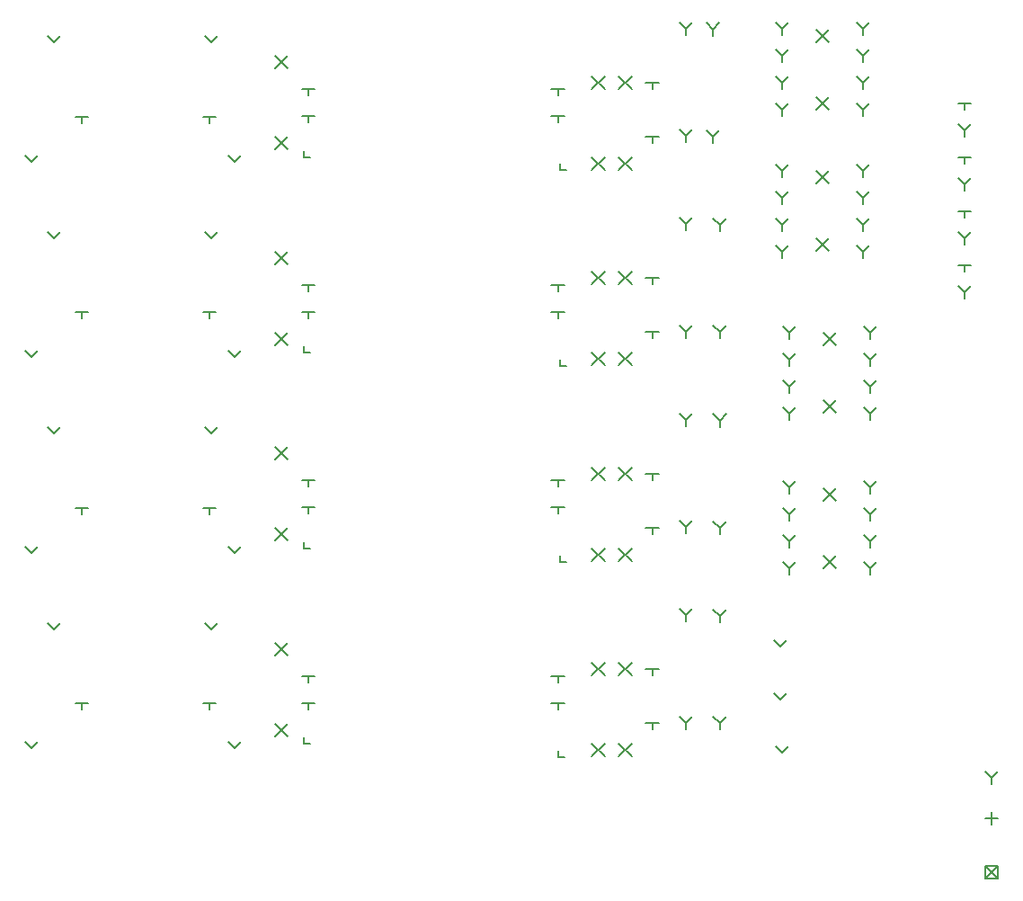
<source format=gbr>
G04 DipTrace 4.3.0.1*
G04 Plated_Through.gbr*
%MOMM*%
G04 #@! TF.FileFunction,Plated,1,2,PTH,Drill*
G04 #@! TF.Part,Single*
G04 Drill Symbols*
G04 D=0.5 - Cross*
G04 D=0.55867 - X*
G04 D=0.9 - Y*
G04 D=1 - T*
G04 D=1.2 - V*
G04 D=1.25 - Clock*
G04 D=4 - Box_Cross*
G04 D=4.5 - Box_X*
G04 D=4.5 - Box_Y*
%ADD10C,0.2*%
%FSLAX35Y35*%
G04*
G71*
G90*
G75*
G01*
X4131050Y2794000D2*
D10*
X4250950D1*
X4191000D2*
Y2734050D1*
X4131050Y2286000D2*
X4250950D1*
X4191000D2*
Y2226050D1*
X4131050Y1778000D2*
X4250950D1*
X4191000D2*
Y1718050D1*
X1192050Y2481000D2*
X1311950D1*
X1252000D2*
Y2421050D1*
X1192050Y2989000D2*
X1311950D1*
X1252000D2*
Y2929050D1*
X1763550Y2540950D2*
X1823500Y2481000D1*
X1883450Y2540950D1*
X1823500Y2481000D2*
Y2421050D1*
X1763550Y3550950D2*
X1823500Y3491000D1*
X1883450Y3550950D1*
X1823500Y3491000D2*
Y3431050D1*
X1509550Y3556950D2*
X1569500Y3497000D1*
X1629450Y3556950D1*
X1569500Y3497000D2*
Y3437050D1*
X1509550Y2546950D2*
X1569500Y2487000D1*
X1629450Y2546950D1*
X1569500Y2487000D2*
Y2427050D1*
X4385050Y-4385050D2*
X4504950Y-4504950D1*
Y-4385050D2*
X4385050Y-4504950D1*
Y-4385050D2*
X4504950D1*
Y-4504950D1*
X4385050D1*
Y-4385050D1*
X-2046450Y2925500D2*
X-1926550D1*
X-1986500D2*
Y2865550D1*
X-2046450Y2671500D2*
X-1926550D1*
X-1986500D2*
Y2611550D1*
X303050Y2925500D2*
X422950D1*
X363000D2*
Y2865550D1*
X303050Y2671500D2*
X422950D1*
X363000D2*
Y2611550D1*
X-2300450Y3239450D2*
X-2180550Y3119550D1*
Y3239450D2*
X-2300450Y3119550D1*
Y2477450D2*
X-2180550Y2357550D1*
Y2477450D2*
X-2300450Y2357550D1*
X684050Y2286950D2*
X803950Y2167050D1*
Y2286950D2*
X684050Y2167050D1*
Y3048950D2*
X803950Y2929050D1*
Y3048950D2*
X684050Y2929050D1*
X938050Y3048950D2*
X1057950Y2929050D1*
Y3048950D2*
X938050Y2929050D1*
Y2286950D2*
X1057950Y2167050D1*
Y2286950D2*
X938050Y2167050D1*
X-4441450Y3425450D2*
X-4381500Y3365500D1*
X-4321550Y3425450D1*
X-2961450D2*
X-2901500Y3365500D1*
X-2841550Y3425450D1*
X-4651450Y2305450D2*
X-4591500Y2245500D1*
X-4531550Y2305450D1*
X-2741450D2*
X-2681500Y2245500D1*
X-2621550Y2305450D1*
X4445000Y-3877050D2*
Y-3996950D1*
X4385050Y-3937000D2*
X4504950D1*
X1192050Y639500D2*
X1311950D1*
X1252000D2*
Y579550D1*
X1192050Y1147500D2*
X1311950D1*
X1252000D2*
Y1087550D1*
X1827050Y699450D2*
X1887000Y639500D1*
X1946950Y699450D1*
X1887000Y639500D2*
Y579550D1*
X1827050Y1709450D2*
X1887000Y1649500D1*
X1946950Y1709450D1*
X1887000Y1649500D2*
Y1589550D1*
X1509550Y1715450D2*
X1569500Y1655500D1*
X1629450Y1715450D1*
X1569500Y1655500D2*
Y1595550D1*
X1509550Y705450D2*
X1569500Y645500D1*
X1629450Y705450D1*
X1569500Y645500D2*
Y585550D1*
X-2046450Y1084000D2*
X-1926550D1*
X-1986500D2*
Y1024050D1*
X-2046450Y830000D2*
X-1926550D1*
X-1986500D2*
Y770050D1*
X303050Y1084000D2*
X422950D1*
X363000D2*
Y1024050D1*
X303050Y830000D2*
X422950D1*
X363000D2*
Y770050D1*
X-2300450Y1397950D2*
X-2180550Y1278050D1*
Y1397950D2*
X-2300450Y1278050D1*
Y635950D2*
X-2180550Y516050D1*
Y635950D2*
X-2300450Y516050D1*
X684050Y445450D2*
X803950Y325550D1*
Y445450D2*
X684050Y325550D1*
Y1207450D2*
X803950Y1087550D1*
Y1207450D2*
X684050Y1087550D1*
X938050Y1207450D2*
X1057950Y1087550D1*
Y1207450D2*
X938050Y1087550D1*
Y445450D2*
X1057950Y325550D1*
Y445450D2*
X938050Y325550D1*
X-4441450Y1583950D2*
X-4381500Y1524000D1*
X-4321550Y1583950D1*
X-2961450D2*
X-2901500Y1524000D1*
X-2841550Y1583950D1*
X-4651450Y463950D2*
X-4591500Y404000D1*
X-4531550Y463950D1*
X-2741450D2*
X-2681500Y404000D1*
X-2621550Y463950D1*
X1192050Y-1202000D2*
X1311950D1*
X1252000D2*
Y-1261950D1*
X1192050Y-694000D2*
X1311950D1*
X1252000D2*
Y-753950D1*
X1827050Y-1142050D2*
X1887000Y-1202000D1*
X1946950Y-1142050D1*
X1887000Y-1202000D2*
Y-1261950D1*
X1827050Y-132050D2*
X1887000Y-192000D1*
X1946950Y-132050D1*
X1887000Y-192000D2*
Y-251950D1*
X1509550Y-126050D2*
X1569500Y-186000D1*
X1629450Y-126050D1*
X1569500Y-186000D2*
Y-245950D1*
X1509550Y-1136050D2*
X1569500Y-1196000D1*
X1629450Y-1136050D1*
X1569500Y-1196000D2*
Y-1255950D1*
X-2046450Y-757500D2*
X-1926550D1*
X-1986500D2*
Y-817450D1*
X-2046450Y-1011500D2*
X-1926550D1*
X-1986500D2*
Y-1071450D1*
X303050Y-757500D2*
X422950D1*
X363000D2*
Y-817450D1*
X303050Y-1011500D2*
X422950D1*
X363000D2*
Y-1071450D1*
X-2300450Y-443550D2*
X-2180550Y-563450D1*
Y-443550D2*
X-2300450Y-563450D1*
Y-1205550D2*
X-2180550Y-1325450D1*
Y-1205550D2*
X-2300450Y-1325450D1*
X684050Y-1396050D2*
X803950Y-1515950D1*
Y-1396050D2*
X684050Y-1515950D1*
Y-634050D2*
X803950Y-753950D1*
Y-634050D2*
X684050Y-753950D1*
X938050Y-634050D2*
X1057950Y-753950D1*
Y-634050D2*
X938050Y-753950D1*
Y-1396050D2*
X1057950Y-1515950D1*
Y-1396050D2*
X938050Y-1515950D1*
X-4441450Y-257550D2*
X-4381500Y-317500D1*
X-4321550Y-257550D1*
X-2961450D2*
X-2901500Y-317500D1*
X-2841550Y-257550D1*
X-4651450Y-1377550D2*
X-4591500Y-1437500D1*
X-4531550Y-1377550D1*
X-2741450D2*
X-2681500Y-1437500D1*
X-2621550Y-1377550D1*
X1192050Y-3043500D2*
X1311950D1*
X1252000D2*
Y-3103450D1*
X1192050Y-2535500D2*
X1311950D1*
X1252000D2*
Y-2595450D1*
X1827050Y-2983550D2*
X1887000Y-3043500D1*
X1946950Y-2983550D1*
X1887000Y-3043500D2*
Y-3103450D1*
X1827050Y-1973550D2*
X1887000Y-2033500D1*
X1946950Y-1973550D1*
X1887000Y-2033500D2*
Y-2093450D1*
X1509550Y-1967550D2*
X1569500Y-2027500D1*
X1629450Y-1967550D1*
X1569500Y-2027500D2*
Y-2087450D1*
X1509550Y-2977550D2*
X1569500Y-3037500D1*
X1629450Y-2977550D1*
X1569500Y-3037500D2*
Y-3097450D1*
X-2046450Y-2599000D2*
X-1926550D1*
X-1986500D2*
Y-2658950D1*
X-2046450Y-2853000D2*
X-1926550D1*
X-1986500D2*
Y-2912950D1*
X303050Y-2599000D2*
X422950D1*
X363000D2*
Y-2658950D1*
X303050Y-2853000D2*
X422950D1*
X363000D2*
Y-2912950D1*
X-2300450Y-2285050D2*
X-2180550Y-2404950D1*
Y-2285050D2*
X-2300450Y-2404950D1*
Y-3047050D2*
X-2180550Y-3166950D1*
Y-3047050D2*
X-2300450Y-3166950D1*
X684050Y-3237550D2*
X803950Y-3357450D1*
Y-3237550D2*
X684050Y-3357450D1*
Y-2475550D2*
X803950Y-2595450D1*
Y-2475550D2*
X684050Y-2595450D1*
X938050Y-2475550D2*
X1057950Y-2595450D1*
Y-2475550D2*
X938050Y-2595450D1*
Y-3237550D2*
X1057950Y-3357450D1*
Y-3237550D2*
X938050Y-3357450D1*
X-4441450Y-2099050D2*
X-4381500Y-2159000D1*
X-4321550Y-2099050D1*
X-2961450D2*
X-2901500Y-2159000D1*
X-2841550Y-2099050D1*
X-4651450Y-3219050D2*
X-4591500Y-3279000D1*
X-4531550Y-3219050D1*
X-2741450D2*
X-2681500Y-3279000D1*
X-2621550Y-3219050D1*
X4131050Y1270000D2*
X4250950D1*
X4191000D2*
Y1210050D1*
X-2980950Y2667000D2*
X-2861050D1*
X-2921000D2*
Y2607050D1*
X-4180950Y2667000D2*
X-4061050D1*
X-4121000D2*
Y2607050D1*
X-2980950Y825500D2*
X-2861050D1*
X-2921000D2*
Y765550D1*
X-4180950Y825500D2*
X-4061050D1*
X-4121000D2*
Y765550D1*
X2400677Y-2257800D2*
X2460627Y-2317750D1*
X2520577Y-2257800D1*
X2400677Y-2757800D2*
X2460627Y-2817750D1*
X2520577Y-2757800D1*
X-2980950Y-1016000D2*
X-2861050D1*
X-2921000D2*
Y-1075950D1*
X-4180950Y-1016000D2*
X-4061050D1*
X-4121000D2*
Y-1075950D1*
X-2980950Y-2857500D2*
X-2861050D1*
X-2921000D2*
Y-2917450D1*
X-4180950Y-2857500D2*
X-4061050D1*
X-4121000D2*
Y-2917450D1*
X4385050Y-3496050D2*
X4445000Y-3556000D1*
X4504950Y-3496050D1*
X4445000Y-3556000D2*
Y-3615950D1*
X4131050Y2599950D2*
X4191000Y2540000D1*
X4250950Y2599950D1*
X4191000Y2540000D2*
Y2480050D1*
X4131050Y2091950D2*
X4191000Y2032000D1*
X4250950Y2091950D1*
X4191000Y2032000D2*
Y1972050D1*
X4131050Y1583950D2*
X4191000Y1524000D1*
X4250950Y1583950D1*
X4191000Y1524000D2*
Y1464050D1*
X4131050Y1075950D2*
X4191000Y1016000D1*
X4250950Y1075950D1*
X4191000Y1016000D2*
Y956050D1*
X2416550Y3552450D2*
X2476500Y3492500D1*
X2536450Y3552450D1*
X2476500Y3492500D2*
Y3432550D1*
X2416550Y3298450D2*
X2476500Y3238500D1*
X2536450Y3298450D1*
X2476500Y3238500D2*
Y3178550D1*
X2416550Y3044450D2*
X2476500Y2984500D1*
X2536450Y3044450D1*
X2476500Y2984500D2*
Y2924550D1*
X2416550Y2790450D2*
X2476500Y2730500D1*
X2536450Y2790450D1*
X2476500Y2730500D2*
Y2670550D1*
X3178550Y2790450D2*
X3238500Y2730500D1*
X3298450Y2790450D1*
X3238500Y2730500D2*
Y2670550D1*
X3178550Y3044450D2*
X3238500Y2984500D1*
X3298450Y3044450D1*
X3238500Y2984500D2*
Y2924550D1*
X3178550Y3298450D2*
X3238500Y3238500D1*
X3298450Y3298450D1*
X3238500Y3238500D2*
Y3178550D1*
X3178550Y3552450D2*
X3238500Y3492500D1*
X3298450Y3552450D1*
X3238500Y3492500D2*
Y3432550D1*
X2797550Y3488950D2*
X2917450Y3369050D1*
Y3488950D2*
X2797550Y3369050D1*
Y2853950D2*
X2917450Y2734050D1*
Y2853950D2*
X2797550Y2734050D1*
X2416550Y2218950D2*
X2476500Y2159000D1*
X2536450Y2218950D1*
X2476500Y2159000D2*
Y2099050D1*
X2416550Y1964950D2*
X2476500Y1905000D1*
X2536450Y1964950D1*
X2476500Y1905000D2*
Y1845050D1*
X2416550Y1710950D2*
X2476500Y1651000D1*
X2536450Y1710950D1*
X2476500Y1651000D2*
Y1591050D1*
X2416550Y1456950D2*
X2476500Y1397000D1*
X2536450Y1456950D1*
X2476500Y1397000D2*
Y1337050D1*
X3178550Y1456950D2*
X3238500Y1397000D1*
X3298450Y1456950D1*
X3238500Y1397000D2*
Y1337050D1*
X3178550Y1710950D2*
X3238500Y1651000D1*
X3298450Y1710950D1*
X3238500Y1651000D2*
Y1591050D1*
X3178550Y1964950D2*
X3238500Y1905000D1*
X3298450Y1964950D1*
X3238500Y1905000D2*
Y1845050D1*
X3178550Y2218950D2*
X3238500Y2159000D1*
X3298450Y2218950D1*
X3238500Y2159000D2*
Y2099050D1*
X2797550Y2155450D2*
X2917450Y2035550D1*
Y2155450D2*
X2797550Y2035550D1*
Y1520450D2*
X2917450Y1400550D1*
Y1520450D2*
X2797550Y1400550D1*
X2480050Y694950D2*
X2540000Y635000D1*
X2599950Y694950D1*
X2540000Y635000D2*
Y575050D1*
X2480050Y440950D2*
X2540000Y381000D1*
X2599950Y440950D1*
X2540000Y381000D2*
Y321050D1*
X2480050Y186950D2*
X2540000Y127000D1*
X2599950Y186950D1*
X2540000Y127000D2*
Y67050D1*
X2480050Y-67050D2*
X2540000Y-127000D1*
X2599950Y-67050D1*
X2540000Y-127000D2*
Y-186950D1*
X3242050Y-67050D2*
X3302000Y-127000D1*
X3361950Y-67050D1*
X3302000Y-127000D2*
Y-186950D1*
X3242050Y186950D2*
X3302000Y127000D1*
X3361950Y186950D1*
X3302000Y127000D2*
Y67050D1*
X3242050Y440950D2*
X3302000Y381000D1*
X3361950Y440950D1*
X3302000Y381000D2*
Y321050D1*
X3242050Y694950D2*
X3302000Y635000D1*
X3361950Y694950D1*
X3302000Y635000D2*
Y575050D1*
X2861050Y631450D2*
X2980950Y511550D1*
Y631450D2*
X2861050Y511550D1*
Y-3550D2*
X2980950Y-123450D1*
Y-3550D2*
X2861050Y-123450D1*
X2480050Y-765550D2*
X2540000Y-825500D1*
X2599950Y-765550D1*
X2540000Y-825500D2*
Y-885450D1*
X2480050Y-1019550D2*
X2540000Y-1079500D1*
X2599950Y-1019550D1*
X2540000Y-1079500D2*
Y-1139450D1*
X2480050Y-1273550D2*
X2540000Y-1333500D1*
X2599950Y-1273550D1*
X2540000Y-1333500D2*
Y-1393450D1*
X2480050Y-1527550D2*
X2540000Y-1587500D1*
X2599950Y-1527550D1*
X2540000Y-1587500D2*
Y-1647450D1*
X3242050Y-1527550D2*
X3302000Y-1587500D1*
X3361950Y-1527550D1*
X3302000Y-1587500D2*
Y-1647450D1*
X3242050Y-1273550D2*
X3302000Y-1333500D1*
X3361950Y-1273550D1*
X3302000Y-1333500D2*
Y-1393450D1*
X3242050Y-1019550D2*
X3302000Y-1079500D1*
X3361950Y-1019550D1*
X3302000Y-1079500D2*
Y-1139450D1*
X3242050Y-765550D2*
X3302000Y-825500D1*
X3361950Y-765550D1*
X3302000Y-825500D2*
Y-885450D1*
X2861050Y-829050D2*
X2980950Y-948950D1*
Y-829050D2*
X2861050Y-948950D1*
Y-1464050D2*
X2980950Y-1583950D1*
Y-1464050D2*
X2861050Y-1583950D1*
X-2032000Y2345950D2*
Y2286000D1*
X-1972050D1*
X381000Y2223450D2*
Y2163500D1*
X440950D1*
X-2032000Y504450D2*
Y444500D1*
X-1972050D1*
X381000Y381950D2*
Y322000D1*
X440950D1*
X-2032000Y-1337050D2*
Y-1397000D1*
X-1972050D1*
X381000Y-1463550D2*
Y-1523500D1*
X440950D1*
X-2032000Y-3178550D2*
Y-3238500D1*
X-1972050D1*
X363000Y-3301050D2*
Y-3361000D1*
X422950D1*
X2416550Y-3257927D2*
X2476500Y-3317877D1*
X2536450Y-3257927D1*
M02*

</source>
